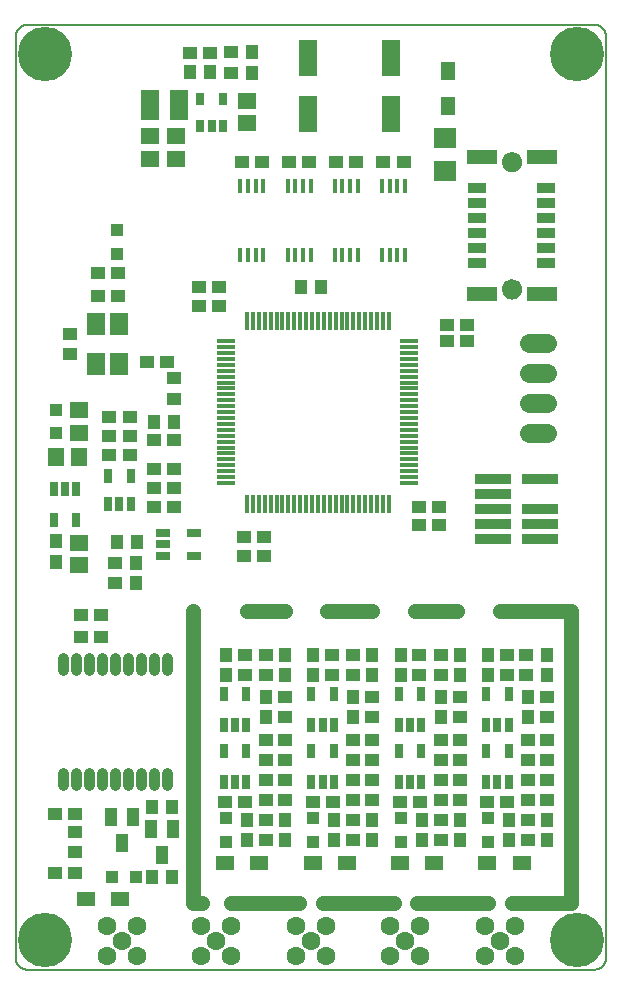
<source format=gts>
G75*
%MOIN*%
%OFA0B0*%
%FSLAX25Y25*%
%IPPOS*%
%LPD*%
%AMOC8*
5,1,8,0,0,1.08239X$1,22.5*
%
%ADD10C,0.05000*%
%ADD11C,0.00500*%
%ADD12C,0.18117*%
%ADD13C,0.06306*%
%ADD14C,0.00000*%
%ADD15C,0.06699*%
%ADD16R,0.06306X0.03550*%
%ADD17R,0.10243X0.05124*%
%ADD18R,0.06306X0.01463*%
%ADD19R,0.01463X0.06306*%
%ADD20R,0.04337X0.04731*%
%ADD21R,0.04731X0.04337*%
%ADD22R,0.06306X0.05124*%
%ADD23R,0.04337X0.04337*%
%ADD24C,0.03550*%
%ADD25R,0.04337X0.05912*%
%ADD26R,0.02762X0.05124*%
%ADD27R,0.01778X0.05124*%
%ADD28R,0.12211X0.03550*%
%ADD29R,0.02762X0.03943*%
%ADD30R,0.06306X0.05518*%
%ADD31R,0.05912X0.09849*%
%ADD32R,0.05912X0.12211*%
%ADD33R,0.05124X0.06306*%
%ADD34R,0.07498X0.06699*%
%ADD35C,0.06400*%
%ADD36R,0.05518X0.06306*%
%ADD37R,0.02565X0.05124*%
%ADD38R,0.05124X0.02762*%
%ADD39R,0.05912X0.07487*%
%ADD40R,0.03156X0.05124*%
D10*
X0069914Y0027047D02*
X0069914Y0124685D01*
X0088024Y0124685D02*
X0100623Y0124685D01*
X0114796Y0124685D02*
X0129756Y0124685D01*
X0143930Y0124685D02*
X0158103Y0124685D01*
X0172276Y0124685D02*
X0195898Y0124685D01*
X0195898Y0027047D01*
X0176213Y0027047D01*
X0168339Y0027047D02*
X0144717Y0027047D01*
X0136843Y0027047D02*
X0113221Y0027047D01*
X0105347Y0027047D02*
X0082512Y0027047D01*
X0073063Y0027047D02*
X0069914Y0027047D01*
D11*
X0010859Y0008937D02*
X0010859Y0316024D01*
X0010861Y0316148D01*
X0010867Y0316271D01*
X0010876Y0316395D01*
X0010890Y0316517D01*
X0010907Y0316640D01*
X0010929Y0316762D01*
X0010954Y0316883D01*
X0010983Y0317003D01*
X0011015Y0317122D01*
X0011052Y0317241D01*
X0011092Y0317358D01*
X0011135Y0317473D01*
X0011183Y0317588D01*
X0011234Y0317700D01*
X0011288Y0317811D01*
X0011346Y0317921D01*
X0011407Y0318028D01*
X0011472Y0318134D01*
X0011540Y0318237D01*
X0011611Y0318338D01*
X0011685Y0318437D01*
X0011762Y0318534D01*
X0011843Y0318628D01*
X0011926Y0318719D01*
X0012012Y0318808D01*
X0012101Y0318894D01*
X0012192Y0318977D01*
X0012286Y0319058D01*
X0012383Y0319135D01*
X0012482Y0319209D01*
X0012583Y0319280D01*
X0012686Y0319348D01*
X0012792Y0319413D01*
X0012899Y0319474D01*
X0013009Y0319532D01*
X0013120Y0319586D01*
X0013232Y0319637D01*
X0013347Y0319685D01*
X0013462Y0319728D01*
X0013579Y0319768D01*
X0013698Y0319805D01*
X0013817Y0319837D01*
X0013937Y0319866D01*
X0014058Y0319891D01*
X0014180Y0319913D01*
X0014303Y0319930D01*
X0014425Y0319944D01*
X0014549Y0319953D01*
X0014672Y0319959D01*
X0014796Y0319961D01*
X0203772Y0319961D01*
X0203896Y0319959D01*
X0204019Y0319953D01*
X0204143Y0319944D01*
X0204265Y0319930D01*
X0204388Y0319913D01*
X0204510Y0319891D01*
X0204631Y0319866D01*
X0204751Y0319837D01*
X0204870Y0319805D01*
X0204989Y0319768D01*
X0205106Y0319728D01*
X0205221Y0319685D01*
X0205336Y0319637D01*
X0205448Y0319586D01*
X0205559Y0319532D01*
X0205669Y0319474D01*
X0205776Y0319413D01*
X0205882Y0319348D01*
X0205985Y0319280D01*
X0206086Y0319209D01*
X0206185Y0319135D01*
X0206282Y0319058D01*
X0206376Y0318977D01*
X0206467Y0318894D01*
X0206556Y0318808D01*
X0206642Y0318719D01*
X0206725Y0318628D01*
X0206806Y0318534D01*
X0206883Y0318437D01*
X0206957Y0318338D01*
X0207028Y0318237D01*
X0207096Y0318134D01*
X0207161Y0318028D01*
X0207222Y0317921D01*
X0207280Y0317811D01*
X0207334Y0317700D01*
X0207385Y0317588D01*
X0207433Y0317473D01*
X0207476Y0317358D01*
X0207516Y0317241D01*
X0207553Y0317122D01*
X0207585Y0317003D01*
X0207614Y0316883D01*
X0207639Y0316762D01*
X0207661Y0316640D01*
X0207678Y0316517D01*
X0207692Y0316395D01*
X0207701Y0316271D01*
X0207707Y0316148D01*
X0207709Y0316024D01*
X0207709Y0008937D01*
X0207707Y0008813D01*
X0207701Y0008690D01*
X0207692Y0008566D01*
X0207678Y0008444D01*
X0207661Y0008321D01*
X0207639Y0008199D01*
X0207614Y0008078D01*
X0207585Y0007958D01*
X0207553Y0007839D01*
X0207516Y0007720D01*
X0207476Y0007603D01*
X0207433Y0007488D01*
X0207385Y0007373D01*
X0207334Y0007261D01*
X0207280Y0007150D01*
X0207222Y0007040D01*
X0207161Y0006933D01*
X0207096Y0006827D01*
X0207028Y0006724D01*
X0206957Y0006623D01*
X0206883Y0006524D01*
X0206806Y0006427D01*
X0206725Y0006333D01*
X0206642Y0006242D01*
X0206556Y0006153D01*
X0206467Y0006067D01*
X0206376Y0005984D01*
X0206282Y0005903D01*
X0206185Y0005826D01*
X0206086Y0005752D01*
X0205985Y0005681D01*
X0205882Y0005613D01*
X0205776Y0005548D01*
X0205669Y0005487D01*
X0205559Y0005429D01*
X0205448Y0005375D01*
X0205336Y0005324D01*
X0205221Y0005276D01*
X0205106Y0005233D01*
X0204989Y0005193D01*
X0204870Y0005156D01*
X0204751Y0005124D01*
X0204631Y0005095D01*
X0204510Y0005070D01*
X0204388Y0005048D01*
X0204265Y0005031D01*
X0204143Y0005017D01*
X0204019Y0005008D01*
X0203896Y0005002D01*
X0203772Y0005000D01*
X0014796Y0005000D01*
X0014672Y0005002D01*
X0014549Y0005008D01*
X0014425Y0005017D01*
X0014303Y0005031D01*
X0014180Y0005048D01*
X0014058Y0005070D01*
X0013937Y0005095D01*
X0013817Y0005124D01*
X0013698Y0005156D01*
X0013579Y0005193D01*
X0013462Y0005233D01*
X0013347Y0005276D01*
X0013232Y0005324D01*
X0013120Y0005375D01*
X0013009Y0005429D01*
X0012899Y0005487D01*
X0012792Y0005548D01*
X0012686Y0005613D01*
X0012583Y0005681D01*
X0012482Y0005752D01*
X0012383Y0005826D01*
X0012286Y0005903D01*
X0012192Y0005984D01*
X0012101Y0006067D01*
X0012012Y0006153D01*
X0011926Y0006242D01*
X0011843Y0006333D01*
X0011762Y0006427D01*
X0011685Y0006524D01*
X0011611Y0006623D01*
X0011540Y0006724D01*
X0011472Y0006827D01*
X0011407Y0006933D01*
X0011346Y0007040D01*
X0011288Y0007150D01*
X0011234Y0007261D01*
X0011183Y0007373D01*
X0011135Y0007488D01*
X0011092Y0007603D01*
X0011052Y0007720D01*
X0011015Y0007839D01*
X0010983Y0007958D01*
X0010954Y0008078D01*
X0010929Y0008199D01*
X0010907Y0008321D01*
X0010890Y0008444D01*
X0010876Y0008566D01*
X0010867Y0008690D01*
X0010861Y0008813D01*
X0010859Y0008937D01*
D12*
X0020701Y0014843D03*
X0197867Y0014843D03*
X0197867Y0310118D03*
X0020701Y0310118D03*
D13*
X0041292Y0019449D03*
X0046292Y0014449D03*
X0041292Y0009449D03*
X0051292Y0009449D03*
X0051292Y0019449D03*
X0072788Y0019449D03*
X0077788Y0014449D03*
X0082788Y0019449D03*
X0082788Y0009449D03*
X0072788Y0009449D03*
X0104284Y0009449D03*
X0109284Y0014449D03*
X0114284Y0019449D03*
X0114284Y0009449D03*
X0104284Y0019449D03*
X0135780Y0019449D03*
X0140780Y0014449D03*
X0145780Y0019449D03*
X0145780Y0009449D03*
X0135780Y0009449D03*
X0167276Y0009449D03*
X0172276Y0014449D03*
X0167276Y0019449D03*
X0177276Y0019449D03*
X0177276Y0009449D03*
D14*
X0173063Y0231831D02*
X0173065Y0231943D01*
X0173071Y0232054D01*
X0173081Y0232166D01*
X0173095Y0232277D01*
X0173112Y0232387D01*
X0173134Y0232497D01*
X0173160Y0232606D01*
X0173189Y0232714D01*
X0173222Y0232820D01*
X0173259Y0232926D01*
X0173300Y0233030D01*
X0173345Y0233133D01*
X0173393Y0233234D01*
X0173444Y0233333D01*
X0173499Y0233430D01*
X0173558Y0233525D01*
X0173619Y0233619D01*
X0173684Y0233710D01*
X0173753Y0233798D01*
X0173824Y0233884D01*
X0173898Y0233968D01*
X0173976Y0234048D01*
X0174056Y0234126D01*
X0174139Y0234202D01*
X0174224Y0234274D01*
X0174312Y0234343D01*
X0174402Y0234409D01*
X0174495Y0234471D01*
X0174590Y0234531D01*
X0174687Y0234587D01*
X0174785Y0234639D01*
X0174886Y0234688D01*
X0174988Y0234733D01*
X0175092Y0234775D01*
X0175197Y0234813D01*
X0175304Y0234847D01*
X0175411Y0234877D01*
X0175520Y0234904D01*
X0175629Y0234926D01*
X0175740Y0234945D01*
X0175850Y0234960D01*
X0175962Y0234971D01*
X0176073Y0234978D01*
X0176185Y0234981D01*
X0176297Y0234980D01*
X0176409Y0234975D01*
X0176520Y0234966D01*
X0176631Y0234953D01*
X0176742Y0234936D01*
X0176852Y0234916D01*
X0176961Y0234891D01*
X0177069Y0234863D01*
X0177176Y0234830D01*
X0177282Y0234794D01*
X0177386Y0234754D01*
X0177489Y0234711D01*
X0177591Y0234664D01*
X0177690Y0234613D01*
X0177788Y0234559D01*
X0177884Y0234501D01*
X0177978Y0234440D01*
X0178069Y0234376D01*
X0178158Y0234309D01*
X0178245Y0234238D01*
X0178329Y0234164D01*
X0178411Y0234088D01*
X0178489Y0234008D01*
X0178565Y0233926D01*
X0178638Y0233841D01*
X0178708Y0233754D01*
X0178774Y0233664D01*
X0178838Y0233572D01*
X0178898Y0233478D01*
X0178955Y0233382D01*
X0179008Y0233283D01*
X0179058Y0233183D01*
X0179104Y0233082D01*
X0179147Y0232978D01*
X0179186Y0232873D01*
X0179221Y0232767D01*
X0179252Y0232660D01*
X0179280Y0232551D01*
X0179303Y0232442D01*
X0179323Y0232332D01*
X0179339Y0232221D01*
X0179351Y0232110D01*
X0179359Y0231999D01*
X0179363Y0231887D01*
X0179363Y0231775D01*
X0179359Y0231663D01*
X0179351Y0231552D01*
X0179339Y0231441D01*
X0179323Y0231330D01*
X0179303Y0231220D01*
X0179280Y0231111D01*
X0179252Y0231002D01*
X0179221Y0230895D01*
X0179186Y0230789D01*
X0179147Y0230684D01*
X0179104Y0230580D01*
X0179058Y0230479D01*
X0179008Y0230379D01*
X0178955Y0230280D01*
X0178898Y0230184D01*
X0178838Y0230090D01*
X0178774Y0229998D01*
X0178708Y0229908D01*
X0178638Y0229821D01*
X0178565Y0229736D01*
X0178489Y0229654D01*
X0178411Y0229574D01*
X0178329Y0229498D01*
X0178245Y0229424D01*
X0178158Y0229353D01*
X0178069Y0229286D01*
X0177978Y0229222D01*
X0177884Y0229161D01*
X0177788Y0229103D01*
X0177690Y0229049D01*
X0177591Y0228998D01*
X0177489Y0228951D01*
X0177386Y0228908D01*
X0177282Y0228868D01*
X0177176Y0228832D01*
X0177069Y0228799D01*
X0176961Y0228771D01*
X0176852Y0228746D01*
X0176742Y0228726D01*
X0176631Y0228709D01*
X0176520Y0228696D01*
X0176409Y0228687D01*
X0176297Y0228682D01*
X0176185Y0228681D01*
X0176073Y0228684D01*
X0175962Y0228691D01*
X0175850Y0228702D01*
X0175740Y0228717D01*
X0175629Y0228736D01*
X0175520Y0228758D01*
X0175411Y0228785D01*
X0175304Y0228815D01*
X0175197Y0228849D01*
X0175092Y0228887D01*
X0174988Y0228929D01*
X0174886Y0228974D01*
X0174785Y0229023D01*
X0174687Y0229075D01*
X0174590Y0229131D01*
X0174495Y0229191D01*
X0174402Y0229253D01*
X0174312Y0229319D01*
X0174224Y0229388D01*
X0174139Y0229460D01*
X0174056Y0229536D01*
X0173976Y0229614D01*
X0173898Y0229694D01*
X0173824Y0229778D01*
X0173753Y0229864D01*
X0173684Y0229952D01*
X0173619Y0230043D01*
X0173558Y0230137D01*
X0173499Y0230232D01*
X0173444Y0230329D01*
X0173393Y0230428D01*
X0173345Y0230529D01*
X0173300Y0230632D01*
X0173259Y0230736D01*
X0173222Y0230842D01*
X0173189Y0230948D01*
X0173160Y0231056D01*
X0173134Y0231165D01*
X0173112Y0231275D01*
X0173095Y0231385D01*
X0173081Y0231496D01*
X0173071Y0231608D01*
X0173065Y0231719D01*
X0173063Y0231831D01*
X0173065Y0231943D01*
X0173071Y0232054D01*
X0173081Y0232166D01*
X0173095Y0232277D01*
X0173112Y0232387D01*
X0173134Y0232497D01*
X0173160Y0232606D01*
X0173189Y0232714D01*
X0173222Y0232820D01*
X0173259Y0232926D01*
X0173300Y0233030D01*
X0173345Y0233133D01*
X0173393Y0233234D01*
X0173444Y0233333D01*
X0173499Y0233430D01*
X0173558Y0233525D01*
X0173619Y0233619D01*
X0173684Y0233710D01*
X0173753Y0233798D01*
X0173824Y0233884D01*
X0173898Y0233968D01*
X0173976Y0234048D01*
X0174056Y0234126D01*
X0174139Y0234202D01*
X0174224Y0234274D01*
X0174312Y0234343D01*
X0174402Y0234409D01*
X0174495Y0234471D01*
X0174590Y0234531D01*
X0174687Y0234587D01*
X0174785Y0234639D01*
X0174886Y0234688D01*
X0174988Y0234733D01*
X0175092Y0234775D01*
X0175197Y0234813D01*
X0175304Y0234847D01*
X0175411Y0234877D01*
X0175520Y0234904D01*
X0175629Y0234926D01*
X0175740Y0234945D01*
X0175850Y0234960D01*
X0175962Y0234971D01*
X0176073Y0234978D01*
X0176185Y0234981D01*
X0176297Y0234980D01*
X0176409Y0234975D01*
X0176520Y0234966D01*
X0176631Y0234953D01*
X0176742Y0234936D01*
X0176852Y0234916D01*
X0176961Y0234891D01*
X0177069Y0234863D01*
X0177176Y0234830D01*
X0177282Y0234794D01*
X0177386Y0234754D01*
X0177489Y0234711D01*
X0177591Y0234664D01*
X0177690Y0234613D01*
X0177788Y0234559D01*
X0177884Y0234501D01*
X0177978Y0234440D01*
X0178069Y0234376D01*
X0178158Y0234309D01*
X0178245Y0234238D01*
X0178329Y0234164D01*
X0178411Y0234088D01*
X0178489Y0234008D01*
X0178565Y0233926D01*
X0178638Y0233841D01*
X0178708Y0233754D01*
X0178774Y0233664D01*
X0178838Y0233572D01*
X0178898Y0233478D01*
X0178955Y0233382D01*
X0179008Y0233283D01*
X0179058Y0233183D01*
X0179104Y0233082D01*
X0179147Y0232978D01*
X0179186Y0232873D01*
X0179221Y0232767D01*
X0179252Y0232660D01*
X0179280Y0232551D01*
X0179303Y0232442D01*
X0179323Y0232332D01*
X0179339Y0232221D01*
X0179351Y0232110D01*
X0179359Y0231999D01*
X0179363Y0231887D01*
X0179363Y0231775D01*
X0179359Y0231663D01*
X0179351Y0231552D01*
X0179339Y0231441D01*
X0179323Y0231330D01*
X0179303Y0231220D01*
X0179280Y0231111D01*
X0179252Y0231002D01*
X0179221Y0230895D01*
X0179186Y0230789D01*
X0179147Y0230684D01*
X0179104Y0230580D01*
X0179058Y0230479D01*
X0179008Y0230379D01*
X0178955Y0230280D01*
X0178898Y0230184D01*
X0178838Y0230090D01*
X0178774Y0229998D01*
X0178708Y0229908D01*
X0178638Y0229821D01*
X0178565Y0229736D01*
X0178489Y0229654D01*
X0178411Y0229574D01*
X0178329Y0229498D01*
X0178245Y0229424D01*
X0178158Y0229353D01*
X0178069Y0229286D01*
X0177978Y0229222D01*
X0177884Y0229161D01*
X0177788Y0229103D01*
X0177690Y0229049D01*
X0177591Y0228998D01*
X0177489Y0228951D01*
X0177386Y0228908D01*
X0177282Y0228868D01*
X0177176Y0228832D01*
X0177069Y0228799D01*
X0176961Y0228771D01*
X0176852Y0228746D01*
X0176742Y0228726D01*
X0176631Y0228709D01*
X0176520Y0228696D01*
X0176409Y0228687D01*
X0176297Y0228682D01*
X0176185Y0228681D01*
X0176073Y0228684D01*
X0175962Y0228691D01*
X0175850Y0228702D01*
X0175740Y0228717D01*
X0175629Y0228736D01*
X0175520Y0228758D01*
X0175411Y0228785D01*
X0175304Y0228815D01*
X0175197Y0228849D01*
X0175092Y0228887D01*
X0174988Y0228929D01*
X0174886Y0228974D01*
X0174785Y0229023D01*
X0174687Y0229075D01*
X0174590Y0229131D01*
X0174495Y0229191D01*
X0174402Y0229253D01*
X0174312Y0229319D01*
X0174224Y0229388D01*
X0174139Y0229460D01*
X0174056Y0229536D01*
X0173976Y0229614D01*
X0173898Y0229694D01*
X0173824Y0229778D01*
X0173753Y0229864D01*
X0173684Y0229952D01*
X0173619Y0230043D01*
X0173558Y0230137D01*
X0173499Y0230232D01*
X0173444Y0230329D01*
X0173393Y0230428D01*
X0173345Y0230529D01*
X0173300Y0230632D01*
X0173259Y0230736D01*
X0173222Y0230842D01*
X0173189Y0230948D01*
X0173160Y0231056D01*
X0173134Y0231165D01*
X0173112Y0231275D01*
X0173095Y0231385D01*
X0173081Y0231496D01*
X0173071Y0231608D01*
X0173065Y0231719D01*
X0173063Y0231831D01*
X0173063Y0274232D02*
X0173065Y0274344D01*
X0173071Y0274455D01*
X0173081Y0274567D01*
X0173095Y0274678D01*
X0173112Y0274788D01*
X0173134Y0274898D01*
X0173160Y0275007D01*
X0173189Y0275115D01*
X0173222Y0275221D01*
X0173259Y0275327D01*
X0173300Y0275431D01*
X0173345Y0275534D01*
X0173393Y0275635D01*
X0173444Y0275734D01*
X0173499Y0275831D01*
X0173558Y0275926D01*
X0173619Y0276020D01*
X0173684Y0276111D01*
X0173753Y0276199D01*
X0173824Y0276285D01*
X0173898Y0276369D01*
X0173976Y0276449D01*
X0174056Y0276527D01*
X0174139Y0276603D01*
X0174224Y0276675D01*
X0174312Y0276744D01*
X0174402Y0276810D01*
X0174495Y0276872D01*
X0174590Y0276932D01*
X0174687Y0276988D01*
X0174785Y0277040D01*
X0174886Y0277089D01*
X0174988Y0277134D01*
X0175092Y0277176D01*
X0175197Y0277214D01*
X0175304Y0277248D01*
X0175411Y0277278D01*
X0175520Y0277305D01*
X0175629Y0277327D01*
X0175740Y0277346D01*
X0175850Y0277361D01*
X0175962Y0277372D01*
X0176073Y0277379D01*
X0176185Y0277382D01*
X0176297Y0277381D01*
X0176409Y0277376D01*
X0176520Y0277367D01*
X0176631Y0277354D01*
X0176742Y0277337D01*
X0176852Y0277317D01*
X0176961Y0277292D01*
X0177069Y0277264D01*
X0177176Y0277231D01*
X0177282Y0277195D01*
X0177386Y0277155D01*
X0177489Y0277112D01*
X0177591Y0277065D01*
X0177690Y0277014D01*
X0177788Y0276960D01*
X0177884Y0276902D01*
X0177978Y0276841D01*
X0178069Y0276777D01*
X0178158Y0276710D01*
X0178245Y0276639D01*
X0178329Y0276565D01*
X0178411Y0276489D01*
X0178489Y0276409D01*
X0178565Y0276327D01*
X0178638Y0276242D01*
X0178708Y0276155D01*
X0178774Y0276065D01*
X0178838Y0275973D01*
X0178898Y0275879D01*
X0178955Y0275783D01*
X0179008Y0275684D01*
X0179058Y0275584D01*
X0179104Y0275483D01*
X0179147Y0275379D01*
X0179186Y0275274D01*
X0179221Y0275168D01*
X0179252Y0275061D01*
X0179280Y0274952D01*
X0179303Y0274843D01*
X0179323Y0274733D01*
X0179339Y0274622D01*
X0179351Y0274511D01*
X0179359Y0274400D01*
X0179363Y0274288D01*
X0179363Y0274176D01*
X0179359Y0274064D01*
X0179351Y0273953D01*
X0179339Y0273842D01*
X0179323Y0273731D01*
X0179303Y0273621D01*
X0179280Y0273512D01*
X0179252Y0273403D01*
X0179221Y0273296D01*
X0179186Y0273190D01*
X0179147Y0273085D01*
X0179104Y0272981D01*
X0179058Y0272880D01*
X0179008Y0272780D01*
X0178955Y0272681D01*
X0178898Y0272585D01*
X0178838Y0272491D01*
X0178774Y0272399D01*
X0178708Y0272309D01*
X0178638Y0272222D01*
X0178565Y0272137D01*
X0178489Y0272055D01*
X0178411Y0271975D01*
X0178329Y0271899D01*
X0178245Y0271825D01*
X0178158Y0271754D01*
X0178069Y0271687D01*
X0177978Y0271623D01*
X0177884Y0271562D01*
X0177788Y0271504D01*
X0177690Y0271450D01*
X0177591Y0271399D01*
X0177489Y0271352D01*
X0177386Y0271309D01*
X0177282Y0271269D01*
X0177176Y0271233D01*
X0177069Y0271200D01*
X0176961Y0271172D01*
X0176852Y0271147D01*
X0176742Y0271127D01*
X0176631Y0271110D01*
X0176520Y0271097D01*
X0176409Y0271088D01*
X0176297Y0271083D01*
X0176185Y0271082D01*
X0176073Y0271085D01*
X0175962Y0271092D01*
X0175850Y0271103D01*
X0175740Y0271118D01*
X0175629Y0271137D01*
X0175520Y0271159D01*
X0175411Y0271186D01*
X0175304Y0271216D01*
X0175197Y0271250D01*
X0175092Y0271288D01*
X0174988Y0271330D01*
X0174886Y0271375D01*
X0174785Y0271424D01*
X0174687Y0271476D01*
X0174590Y0271532D01*
X0174495Y0271592D01*
X0174402Y0271654D01*
X0174312Y0271720D01*
X0174224Y0271789D01*
X0174139Y0271861D01*
X0174056Y0271937D01*
X0173976Y0272015D01*
X0173898Y0272095D01*
X0173824Y0272179D01*
X0173753Y0272265D01*
X0173684Y0272353D01*
X0173619Y0272444D01*
X0173558Y0272538D01*
X0173499Y0272633D01*
X0173444Y0272730D01*
X0173393Y0272829D01*
X0173345Y0272930D01*
X0173300Y0273033D01*
X0173259Y0273137D01*
X0173222Y0273243D01*
X0173189Y0273349D01*
X0173160Y0273457D01*
X0173134Y0273566D01*
X0173112Y0273676D01*
X0173095Y0273786D01*
X0173081Y0273897D01*
X0173071Y0274009D01*
X0173065Y0274120D01*
X0173063Y0274232D01*
X0173065Y0274344D01*
X0173071Y0274455D01*
X0173081Y0274567D01*
X0173095Y0274678D01*
X0173112Y0274788D01*
X0173134Y0274898D01*
X0173160Y0275007D01*
X0173189Y0275115D01*
X0173222Y0275221D01*
X0173259Y0275327D01*
X0173300Y0275431D01*
X0173345Y0275534D01*
X0173393Y0275635D01*
X0173444Y0275734D01*
X0173499Y0275831D01*
X0173558Y0275926D01*
X0173619Y0276020D01*
X0173684Y0276111D01*
X0173753Y0276199D01*
X0173824Y0276285D01*
X0173898Y0276369D01*
X0173976Y0276449D01*
X0174056Y0276527D01*
X0174139Y0276603D01*
X0174224Y0276675D01*
X0174312Y0276744D01*
X0174402Y0276810D01*
X0174495Y0276872D01*
X0174590Y0276932D01*
X0174687Y0276988D01*
X0174785Y0277040D01*
X0174886Y0277089D01*
X0174988Y0277134D01*
X0175092Y0277176D01*
X0175197Y0277214D01*
X0175304Y0277248D01*
X0175411Y0277278D01*
X0175520Y0277305D01*
X0175629Y0277327D01*
X0175740Y0277346D01*
X0175850Y0277361D01*
X0175962Y0277372D01*
X0176073Y0277379D01*
X0176185Y0277382D01*
X0176297Y0277381D01*
X0176409Y0277376D01*
X0176520Y0277367D01*
X0176631Y0277354D01*
X0176742Y0277337D01*
X0176852Y0277317D01*
X0176961Y0277292D01*
X0177069Y0277264D01*
X0177176Y0277231D01*
X0177282Y0277195D01*
X0177386Y0277155D01*
X0177489Y0277112D01*
X0177591Y0277065D01*
X0177690Y0277014D01*
X0177788Y0276960D01*
X0177884Y0276902D01*
X0177978Y0276841D01*
X0178069Y0276777D01*
X0178158Y0276710D01*
X0178245Y0276639D01*
X0178329Y0276565D01*
X0178411Y0276489D01*
X0178489Y0276409D01*
X0178565Y0276327D01*
X0178638Y0276242D01*
X0178708Y0276155D01*
X0178774Y0276065D01*
X0178838Y0275973D01*
X0178898Y0275879D01*
X0178955Y0275783D01*
X0179008Y0275684D01*
X0179058Y0275584D01*
X0179104Y0275483D01*
X0179147Y0275379D01*
X0179186Y0275274D01*
X0179221Y0275168D01*
X0179252Y0275061D01*
X0179280Y0274952D01*
X0179303Y0274843D01*
X0179323Y0274733D01*
X0179339Y0274622D01*
X0179351Y0274511D01*
X0179359Y0274400D01*
X0179363Y0274288D01*
X0179363Y0274176D01*
X0179359Y0274064D01*
X0179351Y0273953D01*
X0179339Y0273842D01*
X0179323Y0273731D01*
X0179303Y0273621D01*
X0179280Y0273512D01*
X0179252Y0273403D01*
X0179221Y0273296D01*
X0179186Y0273190D01*
X0179147Y0273085D01*
X0179104Y0272981D01*
X0179058Y0272880D01*
X0179008Y0272780D01*
X0178955Y0272681D01*
X0178898Y0272585D01*
X0178838Y0272491D01*
X0178774Y0272399D01*
X0178708Y0272309D01*
X0178638Y0272222D01*
X0178565Y0272137D01*
X0178489Y0272055D01*
X0178411Y0271975D01*
X0178329Y0271899D01*
X0178245Y0271825D01*
X0178158Y0271754D01*
X0178069Y0271687D01*
X0177978Y0271623D01*
X0177884Y0271562D01*
X0177788Y0271504D01*
X0177690Y0271450D01*
X0177591Y0271399D01*
X0177489Y0271352D01*
X0177386Y0271309D01*
X0177282Y0271269D01*
X0177176Y0271233D01*
X0177069Y0271200D01*
X0176961Y0271172D01*
X0176852Y0271147D01*
X0176742Y0271127D01*
X0176631Y0271110D01*
X0176520Y0271097D01*
X0176409Y0271088D01*
X0176297Y0271083D01*
X0176185Y0271082D01*
X0176073Y0271085D01*
X0175962Y0271092D01*
X0175850Y0271103D01*
X0175740Y0271118D01*
X0175629Y0271137D01*
X0175520Y0271159D01*
X0175411Y0271186D01*
X0175304Y0271216D01*
X0175197Y0271250D01*
X0175092Y0271288D01*
X0174988Y0271330D01*
X0174886Y0271375D01*
X0174785Y0271424D01*
X0174687Y0271476D01*
X0174590Y0271532D01*
X0174495Y0271592D01*
X0174402Y0271654D01*
X0174312Y0271720D01*
X0174224Y0271789D01*
X0174139Y0271861D01*
X0174056Y0271937D01*
X0173976Y0272015D01*
X0173898Y0272095D01*
X0173824Y0272179D01*
X0173753Y0272265D01*
X0173684Y0272353D01*
X0173619Y0272444D01*
X0173558Y0272538D01*
X0173499Y0272633D01*
X0173444Y0272730D01*
X0173393Y0272829D01*
X0173345Y0272930D01*
X0173300Y0273033D01*
X0173259Y0273137D01*
X0173222Y0273243D01*
X0173189Y0273349D01*
X0173160Y0273457D01*
X0173134Y0273566D01*
X0173112Y0273676D01*
X0173095Y0273786D01*
X0173081Y0273897D01*
X0173071Y0274009D01*
X0173065Y0274120D01*
X0173063Y0274232D01*
D15*
X0176213Y0274232D03*
X0176213Y0274232D03*
X0176213Y0231831D03*
X0176213Y0231831D03*
D16*
X0164599Y0240492D03*
X0164599Y0245492D03*
X0164599Y0250492D03*
X0164599Y0255492D03*
X0164599Y0260492D03*
X0164599Y0265492D03*
X0187827Y0265492D03*
X0187827Y0260492D03*
X0187827Y0255492D03*
X0187827Y0250492D03*
X0187827Y0245492D03*
X0187827Y0240492D03*
D17*
X0186252Y0230197D03*
X0166174Y0230197D03*
X0166174Y0275866D03*
X0186252Y0275866D03*
D18*
X0142158Y0214449D03*
X0142158Y0212480D03*
X0142158Y0210512D03*
X0142158Y0208543D03*
X0142158Y0206575D03*
X0142158Y0204606D03*
X0142158Y0202638D03*
X0142158Y0200669D03*
X0142158Y0198701D03*
X0142158Y0196732D03*
X0142158Y0194764D03*
X0142158Y0192795D03*
X0142158Y0190827D03*
X0142158Y0188858D03*
X0142158Y0186890D03*
X0142158Y0184921D03*
X0142158Y0182953D03*
X0142158Y0180984D03*
X0142158Y0179016D03*
X0142158Y0177047D03*
X0142158Y0175079D03*
X0142158Y0173110D03*
X0142158Y0171142D03*
X0142158Y0169173D03*
X0142158Y0167205D03*
X0081134Y0167205D03*
X0081134Y0169173D03*
X0081134Y0171142D03*
X0081134Y0173110D03*
X0081134Y0175079D03*
X0081134Y0177047D03*
X0081134Y0179016D03*
X0081134Y0180984D03*
X0081134Y0182953D03*
X0081134Y0184921D03*
X0081134Y0186890D03*
X0081134Y0188858D03*
X0081134Y0190827D03*
X0081134Y0192795D03*
X0081134Y0194764D03*
X0081134Y0196732D03*
X0081134Y0198701D03*
X0081134Y0200669D03*
X0081134Y0202638D03*
X0081134Y0204606D03*
X0081134Y0206575D03*
X0081134Y0208543D03*
X0081134Y0210512D03*
X0081134Y0212480D03*
X0081134Y0214449D03*
D19*
X0088024Y0221339D03*
X0089993Y0221339D03*
X0091961Y0221339D03*
X0093930Y0221339D03*
X0095898Y0221339D03*
X0097867Y0221339D03*
X0099835Y0221339D03*
X0101804Y0221339D03*
X0103772Y0221339D03*
X0105741Y0221339D03*
X0107709Y0221339D03*
X0109678Y0221339D03*
X0111646Y0221339D03*
X0113615Y0221339D03*
X0115583Y0221339D03*
X0117552Y0221339D03*
X0119520Y0221339D03*
X0121489Y0221339D03*
X0123457Y0221339D03*
X0125426Y0221339D03*
X0127394Y0221339D03*
X0129363Y0221339D03*
X0131331Y0221339D03*
X0133300Y0221339D03*
X0135268Y0221339D03*
X0135268Y0160315D03*
X0133300Y0160315D03*
X0131331Y0160315D03*
X0129363Y0160315D03*
X0127394Y0160315D03*
X0125426Y0160315D03*
X0123457Y0160315D03*
X0121489Y0160315D03*
X0119520Y0160315D03*
X0117552Y0160315D03*
X0115583Y0160315D03*
X0113615Y0160315D03*
X0111646Y0160315D03*
X0109678Y0160315D03*
X0107709Y0160315D03*
X0105741Y0160315D03*
X0103772Y0160315D03*
X0101804Y0160315D03*
X0099835Y0160315D03*
X0097867Y0160315D03*
X0095898Y0160315D03*
X0093930Y0160315D03*
X0091961Y0160315D03*
X0089993Y0160315D03*
X0088024Y0160315D03*
D20*
X0063812Y0187677D03*
X0057119Y0187677D03*
X0051213Y0147520D03*
X0051016Y0140630D03*
X0051016Y0133937D03*
X0044520Y0147520D03*
X0024245Y0147717D03*
X0024245Y0141024D03*
X0056331Y0059331D03*
X0063024Y0059331D03*
X0063024Y0035709D03*
X0056331Y0035709D03*
X0088024Y0048110D03*
X0088024Y0054803D03*
X0100623Y0054803D03*
X0100623Y0048110D03*
X0117158Y0048110D03*
X0117158Y0054803D03*
X0129756Y0054803D03*
X0129756Y0048110D03*
X0146292Y0048110D03*
X0146292Y0054803D03*
X0158890Y0054803D03*
X0158890Y0048110D03*
X0175426Y0048110D03*
X0175426Y0054803D03*
X0188024Y0054803D03*
X0188024Y0048110D03*
X0181725Y0089055D03*
X0181725Y0095748D03*
X0188024Y0103228D03*
X0188024Y0109921D03*
X0168339Y0109921D03*
X0168339Y0103228D03*
X0158890Y0103228D03*
X0158890Y0109921D03*
X0152591Y0095748D03*
X0152591Y0089055D03*
X0139205Y0103228D03*
X0139205Y0109921D03*
X0129756Y0109921D03*
X0129756Y0103228D03*
X0123457Y0095748D03*
X0123457Y0089055D03*
X0110071Y0103228D03*
X0110071Y0109921D03*
X0100623Y0109921D03*
X0100623Y0103228D03*
X0094323Y0095748D03*
X0094323Y0089055D03*
X0080938Y0103228D03*
X0080938Y0109921D03*
X0105937Y0232559D03*
X0112630Y0232559D03*
X0089599Y0304016D03*
X0089599Y0310709D03*
X0075623Y0304213D03*
X0068930Y0304213D03*
D21*
X0068930Y0310512D03*
X0075623Y0310512D03*
X0082512Y0310709D03*
X0082512Y0304016D03*
X0086252Y0274291D03*
X0092945Y0274291D03*
X0102000Y0274291D03*
X0108693Y0274291D03*
X0117749Y0274291D03*
X0124441Y0274291D03*
X0133497Y0274291D03*
X0140189Y0274291D03*
X0154756Y0219961D03*
X0154756Y0214449D03*
X0161449Y0214449D03*
X0161449Y0219961D03*
X0152000Y0159331D03*
X0152000Y0153031D03*
X0145308Y0153031D03*
X0145308Y0159331D03*
X0145504Y0109921D03*
X0145504Y0103228D03*
X0152591Y0103228D03*
X0152591Y0109921D03*
X0158890Y0095748D03*
X0158890Y0089055D03*
X0158890Y0081575D03*
X0152591Y0081575D03*
X0152591Y0074882D03*
X0152591Y0068189D03*
X0152591Y0061496D03*
X0152591Y0054803D03*
X0152591Y0048110D03*
X0145701Y0060906D03*
X0139008Y0060906D03*
X0129756Y0061496D03*
X0129756Y0068189D03*
X0129756Y0074882D03*
X0123457Y0074882D03*
X0123457Y0068189D03*
X0123457Y0061496D03*
X0123457Y0054803D03*
X0123457Y0048110D03*
X0116567Y0060906D03*
X0109875Y0060906D03*
X0100623Y0061496D03*
X0100623Y0068189D03*
X0100623Y0074882D03*
X0094323Y0074882D03*
X0094323Y0068189D03*
X0094323Y0061496D03*
X0094323Y0054803D03*
X0094323Y0048110D03*
X0087434Y0060906D03*
X0080741Y0060906D03*
X0094323Y0081575D03*
X0100623Y0081575D03*
X0100623Y0089055D03*
X0100623Y0095748D03*
X0094323Y0103228D03*
X0094323Y0109921D03*
X0087237Y0109921D03*
X0087237Y0103228D03*
X0087040Y0142795D03*
X0087040Y0149094D03*
X0093733Y0149094D03*
X0093733Y0142795D03*
X0116371Y0109921D03*
X0116371Y0103228D03*
X0123457Y0103228D03*
X0123457Y0109921D03*
X0129756Y0095748D03*
X0129756Y0089055D03*
X0129756Y0081575D03*
X0123457Y0081575D03*
X0158890Y0074882D03*
X0158890Y0068189D03*
X0158890Y0061496D03*
X0168142Y0060906D03*
X0174835Y0060906D03*
X0181725Y0061496D03*
X0181725Y0054803D03*
X0181725Y0048110D03*
X0188024Y0061496D03*
X0188024Y0068189D03*
X0188024Y0074882D03*
X0181725Y0074882D03*
X0181725Y0068189D03*
X0181725Y0081575D03*
X0188024Y0081575D03*
X0188024Y0089055D03*
X0188024Y0095748D03*
X0180937Y0103228D03*
X0180937Y0109921D03*
X0174638Y0109921D03*
X0174638Y0103228D03*
X0078772Y0226260D03*
X0078772Y0232559D03*
X0072079Y0232559D03*
X0072079Y0226260D03*
X0061449Y0207362D03*
X0063615Y0202047D03*
X0063615Y0195354D03*
X0063812Y0181378D03*
X0057119Y0181378D03*
X0057119Y0171929D03*
X0057119Y0165630D03*
X0057119Y0159331D03*
X0063812Y0159331D03*
X0063812Y0165630D03*
X0063812Y0171929D03*
X0048851Y0176654D03*
X0048851Y0182953D03*
X0048851Y0189252D03*
X0042158Y0189252D03*
X0042158Y0182953D03*
X0042158Y0176654D03*
X0054756Y0207362D03*
X0044914Y0229409D03*
X0044914Y0237283D03*
X0038221Y0237283D03*
X0038221Y0229409D03*
X0028969Y0217008D03*
X0028969Y0210315D03*
X0043930Y0140630D03*
X0043930Y0133937D03*
X0039402Y0123110D03*
X0039402Y0116024D03*
X0032709Y0116024D03*
X0032709Y0123110D03*
X0030741Y0056969D03*
X0030544Y0050866D03*
X0030544Y0044173D03*
X0030741Y0037283D03*
X0024048Y0037283D03*
X0024048Y0056969D03*
D22*
X0034284Y0028622D03*
X0045701Y0028622D03*
X0080741Y0040433D03*
X0092158Y0040433D03*
X0109875Y0040433D03*
X0121292Y0040433D03*
X0139008Y0040433D03*
X0150426Y0040433D03*
X0168142Y0040433D03*
X0179560Y0040433D03*
D23*
X0168339Y0047520D03*
X0168339Y0055394D03*
X0139205Y0055394D03*
X0139205Y0047520D03*
X0110071Y0047520D03*
X0110071Y0055394D03*
X0080938Y0055394D03*
X0080938Y0047520D03*
X0051016Y0035709D03*
X0043142Y0035709D03*
X0024245Y0183740D03*
X0024245Y0191614D03*
X0044717Y0243583D03*
X0044717Y0251457D03*
D24*
X0043930Y0108740D02*
X0043930Y0104804D01*
X0048260Y0104804D02*
X0048260Y0108740D01*
X0052591Y0108740D02*
X0052591Y0104804D01*
X0056922Y0104804D02*
X0056922Y0108740D01*
X0061252Y0108740D02*
X0061252Y0104804D01*
X0039599Y0104804D02*
X0039599Y0108740D01*
X0035268Y0108740D02*
X0035268Y0104804D01*
X0030937Y0104804D02*
X0030937Y0108740D01*
X0026607Y0108740D02*
X0026607Y0104804D01*
X0026607Y0070551D02*
X0026607Y0066615D01*
X0030937Y0066615D02*
X0030937Y0070551D01*
X0035268Y0070551D02*
X0035268Y0066615D01*
X0039599Y0066615D02*
X0039599Y0070551D01*
X0043930Y0070551D02*
X0043930Y0066615D01*
X0048260Y0066615D02*
X0048260Y0070551D01*
X0052591Y0070551D02*
X0052591Y0066615D01*
X0056922Y0066615D02*
X0056922Y0070551D01*
X0061252Y0070551D02*
X0061252Y0066615D01*
D25*
X0063418Y0051850D03*
X0059678Y0043189D03*
X0055937Y0051850D03*
X0050032Y0055787D03*
X0042552Y0055787D03*
X0046292Y0047126D03*
D26*
X0080347Y0067575D03*
X0084087Y0067575D03*
X0087827Y0067575D03*
X0087827Y0077858D03*
X0087827Y0086472D03*
X0084087Y0086472D03*
X0080347Y0086472D03*
X0080347Y0077858D03*
X0080347Y0096756D03*
X0087827Y0096756D03*
X0109481Y0096756D03*
X0116961Y0096756D03*
X0116961Y0086472D03*
X0113221Y0086472D03*
X0109481Y0086472D03*
X0109481Y0077858D03*
X0116961Y0077858D03*
X0116961Y0067575D03*
X0113221Y0067575D03*
X0109481Y0067575D03*
X0138615Y0067575D03*
X0142355Y0067575D03*
X0146095Y0067575D03*
X0146095Y0077858D03*
X0138615Y0077858D03*
X0138615Y0086472D03*
X0142355Y0086472D03*
X0146095Y0086472D03*
X0146095Y0096756D03*
X0138615Y0096756D03*
X0167749Y0096756D03*
X0167749Y0086472D03*
X0171489Y0086472D03*
X0175229Y0086472D03*
X0175229Y0077858D03*
X0175229Y0067575D03*
X0171489Y0067575D03*
X0167749Y0067575D03*
X0167749Y0077858D03*
X0175229Y0096756D03*
D27*
X0140682Y0243091D03*
X0138123Y0243091D03*
X0135563Y0243091D03*
X0133004Y0243091D03*
X0124934Y0243091D03*
X0122375Y0243091D03*
X0119815Y0243091D03*
X0117256Y0243091D03*
X0109186Y0243091D03*
X0106626Y0243091D03*
X0104067Y0243091D03*
X0101508Y0243091D03*
X0093437Y0243091D03*
X0090878Y0243091D03*
X0088319Y0243091D03*
X0085760Y0243091D03*
X0085760Y0266122D03*
X0088319Y0266122D03*
X0090878Y0266122D03*
X0093437Y0266122D03*
X0101508Y0266122D03*
X0104067Y0266122D03*
X0106626Y0266122D03*
X0109186Y0266122D03*
X0117256Y0266122D03*
X0119815Y0266122D03*
X0122375Y0266122D03*
X0124934Y0266122D03*
X0133004Y0266122D03*
X0135563Y0266122D03*
X0138123Y0266122D03*
X0140682Y0266122D03*
D28*
X0169914Y0168543D03*
X0169914Y0163543D03*
X0169914Y0158543D03*
X0169914Y0153543D03*
X0169914Y0148543D03*
X0185662Y0148543D03*
X0185662Y0153543D03*
X0185662Y0158543D03*
X0185662Y0168543D03*
D29*
X0079953Y0286299D03*
X0076213Y0286299D03*
X0072473Y0286299D03*
X0072473Y0295354D03*
X0079953Y0295354D03*
D30*
X0088024Y0294567D03*
X0088024Y0287087D03*
X0064402Y0282756D03*
X0064402Y0275276D03*
X0055741Y0275276D03*
X0055741Y0282756D03*
X0032119Y0191417D03*
X0032119Y0183937D03*
X0032119Y0147323D03*
X0032119Y0139843D03*
D31*
X0055741Y0293189D03*
X0065189Y0293189D03*
D32*
X0108497Y0290039D03*
X0108497Y0308937D03*
X0136056Y0308937D03*
X0136056Y0290039D03*
D33*
X0154953Y0292992D03*
X0154953Y0304409D03*
D34*
X0154166Y0282252D03*
X0154166Y0271055D03*
D35*
X0181875Y0213701D02*
X0187875Y0213701D01*
X0187875Y0203701D02*
X0181875Y0203701D01*
X0181875Y0193701D02*
X0187875Y0193701D01*
X0187875Y0183701D02*
X0181875Y0183701D01*
D36*
X0031922Y0175866D03*
X0024441Y0175866D03*
D37*
X0023654Y0165236D03*
X0027394Y0165236D03*
X0031134Y0165236D03*
X0031134Y0155000D03*
X0023654Y0155000D03*
D38*
X0060048Y0150472D03*
X0060048Y0146732D03*
X0060048Y0142992D03*
X0070331Y0142992D03*
X0070331Y0150472D03*
D39*
X0045504Y0206969D03*
X0037630Y0206969D03*
X0037630Y0220354D03*
X0045504Y0220354D03*
D40*
X0041764Y0169370D03*
X0041764Y0160315D03*
X0045504Y0160315D03*
X0049245Y0160315D03*
X0049245Y0169370D03*
M02*

</source>
